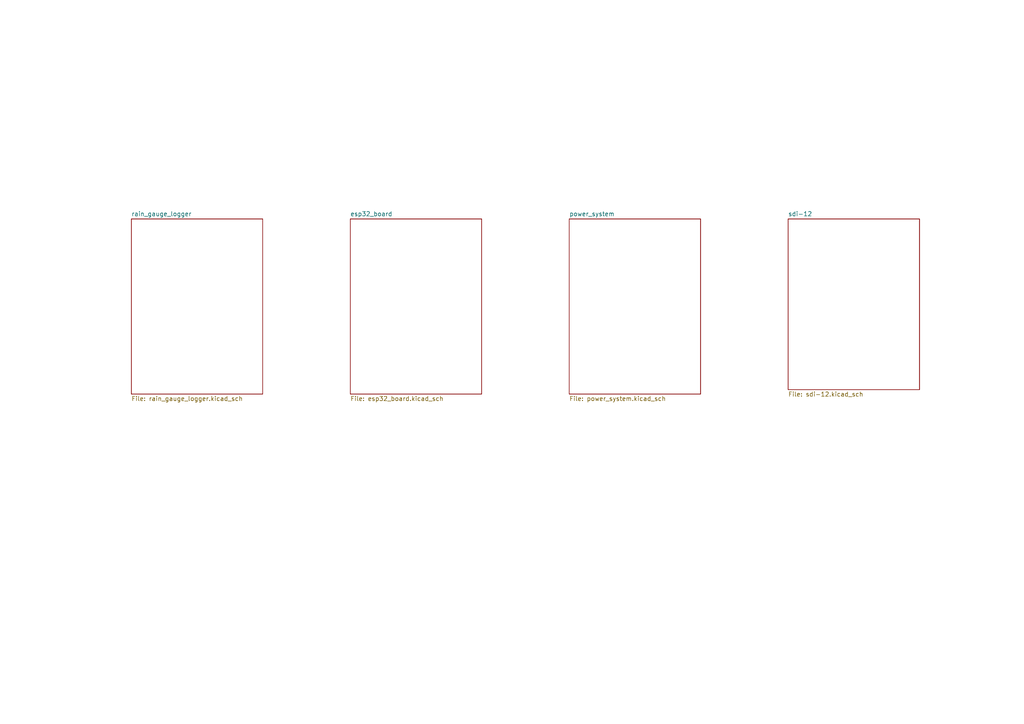
<source format=kicad_sch>
(kicad_sch (version 20211123) (generator eeschema)

  (uuid eaef1172-3351-417c-bfc4-74a598f141cb)

  (paper "A4")

  (lib_symbols
  )


  (sheet (at 101.6 63.5) (size 38.1 50.8) (fields_autoplaced)
    (stroke (width 0.1524) (type solid) (color 0 0 0 0))
    (fill (color 0 0 0 0.0000))
    (uuid 34d3baf1-c1a6-463d-a7da-03fde565ea93)
    (property "Sheet name" "esp32_board" (id 0) (at 101.6 62.7884 0)
      (effects (font (size 1.27 1.27)) (justify left bottom))
    )
    (property "Sheet file" "esp32_board.kicad_sch" (id 1) (at 101.6 114.8846 0)
      (effects (font (size 1.27 1.27)) (justify left top))
    )
  )

  (sheet (at 228.6 63.5) (size 38.1 49.53) (fields_autoplaced)
    (stroke (width 0.1524) (type solid) (color 0 0 0 0))
    (fill (color 0 0 0 0.0000))
    (uuid 6bec6e76-445c-46e1-9fec-0cf087ac813a)
    (property "Sheet name" "sdi-12" (id 0) (at 228.6 62.7884 0)
      (effects (font (size 1.27 1.27)) (justify left bottom))
    )
    (property "Sheet file" "sdi-12.kicad_sch" (id 1) (at 228.6 113.6146 0)
      (effects (font (size 1.27 1.27)) (justify left top))
    )
  )

  (sheet (at 165.1 63.5) (size 38.1 50.8) (fields_autoplaced)
    (stroke (width 0.1524) (type solid) (color 0 0 0 0))
    (fill (color 0 0 0 0.0000))
    (uuid 7bb94872-8dbb-49c9-ba04-f5628db9fbfd)
    (property "Sheet name" "power_system" (id 0) (at 165.1 62.7884 0)
      (effects (font (size 1.27 1.27)) (justify left bottom))
    )
    (property "Sheet file" "power_system.kicad_sch" (id 1) (at 165.1 114.8846 0)
      (effects (font (size 1.27 1.27)) (justify left top))
    )
  )

  (sheet (at 38.1 63.5) (size 38.1 50.8) (fields_autoplaced)
    (stroke (width 0.1524) (type solid) (color 0 0 0 0))
    (fill (color 0 0 0 0.0000))
    (uuid cd0e1ec8-5612-4244-a876-838286424de9)
    (property "Sheet name" "rain_gauge_logger" (id 0) (at 38.1 62.7884 0)
      (effects (font (size 1.27 1.27)) (justify left bottom))
    )
    (property "Sheet file" "rain_gauge_logger.kicad_sch" (id 1) (at 38.1 114.8846 0)
      (effects (font (size 1.27 1.27)) (justify left top))
    )
  )

  (sheet_instances
    (path "/" (page "1"))
    (path "/34d3baf1-c1a6-463d-a7da-03fde565ea93" (page "2"))
    (path "/7bb94872-8dbb-49c9-ba04-f5628db9fbfd" (page "3"))
    (path "/6bec6e76-445c-46e1-9fec-0cf087ac813a" (page "4"))
    (path "/7bb94872-8dbb-49c9-ba04-f5628db9fbfd/6e5cd04e-2327-4ecd-a08a-14bce936f99b" (page "5"))
    (path "/cd0e1ec8-5612-4244-a876-838286424de9" (page "6"))
  )

  (symbol_instances
    (path "/34d3baf1-c1a6-463d-a7da-03fde565ea93/871784c6-10d1-4698-80e4-c571e86d0b8f"
      (reference "#PWR0101") (unit 1) (value "+3V3") (footprint "")
    )
    (path "/34d3baf1-c1a6-463d-a7da-03fde565ea93/203f4ce3-c884-42de-9cdb-aced29342910"
      (reference "#PWR0102") (unit 1) (value "GND") (footprint "")
    )
    (path "/34d3baf1-c1a6-463d-a7da-03fde565ea93/cec2d87d-a9ac-4f12-8bc3-e8b27b27e0e6"
      (reference "#PWR0103") (unit 1) (value "GND") (footprint "")
    )
    (path "/34d3baf1-c1a6-463d-a7da-03fde565ea93/a0c2ed19-a636-40a2-8970-6e4539968ab6"
      (reference "#PWR0104") (unit 1) (value "+3V3") (footprint "")
    )
    (path "/34d3baf1-c1a6-463d-a7da-03fde565ea93/7349c1ab-64ef-42ce-90b2-1e8844d20382"
      (reference "#PWR0105") (unit 1) (value "GND") (footprint "")
    )
    (path "/34d3baf1-c1a6-463d-a7da-03fde565ea93/1992d216-1490-4c97-aa95-5bfb9ccd240a"
      (reference "#PWR0106") (unit 1) (value "+3V3") (footprint "")
    )
    (path "/34d3baf1-c1a6-463d-a7da-03fde565ea93/77ec979a-bbed-4878-a6e4-46946d314fef"
      (reference "#PWR0107") (unit 1) (value "GND") (footprint "")
    )
    (path "/34d3baf1-c1a6-463d-a7da-03fde565ea93/5e469914-4ac0-4213-b750-176640cfc2ad"
      (reference "#PWR0108") (unit 1) (value "GND") (footprint "")
    )
    (path "/34d3baf1-c1a6-463d-a7da-03fde565ea93/223873b7-2004-483f-af65-94e569d61fe2"
      (reference "#PWR0109") (unit 1) (value "GND") (footprint "")
    )
    (path "/34d3baf1-c1a6-463d-a7da-03fde565ea93/e1605231-4776-43cb-bbce-dd1eaa56060c"
      (reference "#PWR0110") (unit 1) (value "GND") (footprint "")
    )
    (path "/34d3baf1-c1a6-463d-a7da-03fde565ea93/bbd1c20a-f2a3-4e77-8533-55f3b9a5efa3"
      (reference "#PWR0111") (unit 1) (value "+3V3") (footprint "")
    )
    (path "/34d3baf1-c1a6-463d-a7da-03fde565ea93/12851b0c-4591-4c5c-a45d-d83274cb360a"
      (reference "#PWR0112") (unit 1) (value "+3V3") (footprint "")
    )
    (path "/34d3baf1-c1a6-463d-a7da-03fde565ea93/cd562bae-2426-44e6-8196-59eee5439809"
      (reference "#PWR0113") (unit 1) (value "+3V3") (footprint "")
    )
    (path "/34d3baf1-c1a6-463d-a7da-03fde565ea93/709f660e-e6d0-4bd1-827f-32aca80578cf"
      (reference "#PWR0114") (unit 1) (value "GND") (footprint "")
    )
    (path "/34d3baf1-c1a6-463d-a7da-03fde565ea93/e12c0ccb-fcea-4a8b-916b-ad9f925d6730"
      (reference "#PWR0115") (unit 1) (value "GND") (footprint "")
    )
    (path "/34d3baf1-c1a6-463d-a7da-03fde565ea93/fa2b348b-9278-4cb7-9f20-c7e0ca742d16"
      (reference "#PWR0116") (unit 1) (value "GND") (footprint "")
    )
    (path "/34d3baf1-c1a6-463d-a7da-03fde565ea93/d648eaaa-3a89-4bb2-9494-d54ed1d490a3"
      (reference "#PWR0117") (unit 1) (value "GND") (footprint "")
    )
    (path "/34d3baf1-c1a6-463d-a7da-03fde565ea93/3f65c4bd-282c-46b6-be29-3255d65994f3"
      (reference "#PWR0118") (unit 1) (value "+3V3") (footprint "")
    )
    (path "/34d3baf1-c1a6-463d-a7da-03fde565ea93/2cef1244-ff69-49b2-9f29-bb30a4e78f9b"
      (reference "#PWR0119") (unit 1) (value "GND") (footprint "")
    )
    (path "/34d3baf1-c1a6-463d-a7da-03fde565ea93/5c464d57-4d88-40fb-872d-85a1f36faa94"
      (reference "#PWR0120") (unit 1) (value "+5V") (footprint "")
    )
    (path "/34d3baf1-c1a6-463d-a7da-03fde565ea93/a547f32b-da49-47ea-b9ae-0902c7d12faa"
      (reference "#PWR0121") (unit 1) (value "+3V3") (footprint "")
    )
    (path "/34d3baf1-c1a6-463d-a7da-03fde565ea93/7ca2c321-73d3-4aed-bc04-05762eab546f"
      (reference "#PWR0122") (unit 1) (value "VBUS") (footprint "")
    )
    (path "/34d3baf1-c1a6-463d-a7da-03fde565ea93/046caca7-6452-48ac-8484-8bb8ae5c5195"
      (reference "#PWR0123") (unit 1) (value "GND") (footprint "")
    )
    (path "/34d3baf1-c1a6-463d-a7da-03fde565ea93/1253f61d-1c5e-4364-ab6b-bc8de9865944"
      (reference "#PWR0124") (unit 1) (value "+3V3") (footprint "")
    )
    (path "/34d3baf1-c1a6-463d-a7da-03fde565ea93/a6b2d2ea-5f44-4953-80c6-29c6290485aa"
      (reference "#PWR0125") (unit 1) (value "GND") (footprint "")
    )
    (path "/34d3baf1-c1a6-463d-a7da-03fde565ea93/0b1ccb02-cb5d-443c-8926-aa166e5cdf03"
      (reference "#PWR0126") (unit 1) (value "GND") (footprint "")
    )
    (path "/34d3baf1-c1a6-463d-a7da-03fde565ea93/98d9e41e-e58a-4a5d-93bd-e0f3498c6e85"
      (reference "#PWR0127") (unit 1) (value "GND") (footprint "")
    )
    (path "/34d3baf1-c1a6-463d-a7da-03fde565ea93/658ce690-6c9f-41d9-8898-795178553f10"
      (reference "#PWR0128") (unit 1) (value "GND") (footprint "")
    )
    (path "/7bb94872-8dbb-49c9-ba04-f5628db9fbfd/88ac9789-8ce6-4dfc-afc8-c57f0bf12e81"
      (reference "#PWR0129") (unit 1) (value "GNDA") (footprint "")
    )
    (path "/7bb94872-8dbb-49c9-ba04-f5628db9fbfd/65ca96f5-0030-4115-9542-307a17c83362"
      (reference "#PWR0130") (unit 1) (value "GNDA") (footprint "")
    )
    (path "/7bb94872-8dbb-49c9-ba04-f5628db9fbfd/c566607a-ed73-4dd1-bced-a0f9e98d27e4"
      (reference "#PWR0131") (unit 1) (value "+12V") (footprint "")
    )
    (path "/7bb94872-8dbb-49c9-ba04-f5628db9fbfd/74da4c7c-8b67-468f-9da3-8490a12cdeb8"
      (reference "#PWR0132") (unit 1) (value "GNDA") (footprint "")
    )
    (path "/7bb94872-8dbb-49c9-ba04-f5628db9fbfd/86e70297-1921-4ad8-afa6-10ea3d91a5e2"
      (reference "#PWR0133") (unit 1) (value "+3V3") (footprint "")
    )
    (path "/7bb94872-8dbb-49c9-ba04-f5628db9fbfd/0c91a4f1-0f97-4ceb-94f7-eff09ca0fe2a"
      (reference "#PWR0134") (unit 1) (value "VBUS") (footprint "")
    )
    (path "/7bb94872-8dbb-49c9-ba04-f5628db9fbfd/e9982a29-a010-4737-b74f-efa9d06d2fda"
      (reference "#PWR0135") (unit 1) (value "+5V") (footprint "")
    )
    (path "/7bb94872-8dbb-49c9-ba04-f5628db9fbfd/7b3fe852-ed60-4c9b-a0ba-aa3b330c7d71"
      (reference "#PWR0136") (unit 1) (value "+5V") (footprint "")
    )
    (path "/7bb94872-8dbb-49c9-ba04-f5628db9fbfd/796636af-f4a6-47b1-84ae-7067556701e2"
      (reference "#PWR0137") (unit 1) (value "GNDA") (footprint "")
    )
    (path "/7bb94872-8dbb-49c9-ba04-f5628db9fbfd/d4f4dd60-7f1f-403d-a8be-9d541794b9e6"
      (reference "#PWR0138") (unit 1) (value "GNDA") (footprint "")
    )
    (path "/7bb94872-8dbb-49c9-ba04-f5628db9fbfd/30900e38-5cf3-420b-8e4b-ec044515fa1e"
      (reference "#PWR0139") (unit 1) (value "GNDA") (footprint "")
    )
    (path "/7bb94872-8dbb-49c9-ba04-f5628db9fbfd/7e6bda94-f514-4d1a-bfa0-706ffa7f3689"
      (reference "#PWR0140") (unit 1) (value "+5V") (footprint "")
    )
    (path "/7bb94872-8dbb-49c9-ba04-f5628db9fbfd/3fb98362-21d4-47ce-bfcd-b0a858312ca0"
      (reference "#PWR0141") (unit 1) (value "+BATT") (footprint "")
    )
    (path "/7bb94872-8dbb-49c9-ba04-f5628db9fbfd/c0d51425-424e-4d26-a027-a24aa5b209a2"
      (reference "#PWR0142") (unit 1) (value "-BATT") (footprint "")
    )
    (path "/6bec6e76-445c-46e1-9fec-0cf087ac813a/f20287fa-33e2-4bb8-b4ad-364456efc18c"
      (reference "#PWR0143") (unit 1) (value "+12V") (footprint "")
    )
    (path "/6bec6e76-445c-46e1-9fec-0cf087ac813a/d374d466-98c3-4a98-96fe-9401115f7c81"
      (reference "#PWR0144") (unit 1) (value "GND") (footprint "")
    )
    (path "/6bec6e76-445c-46e1-9fec-0cf087ac813a/e176b778-13fd-4bcc-96e3-f2caf2d47663"
      (reference "#PWR0145") (unit 1) (value "GND") (footprint "")
    )
    (path "/6bec6e76-445c-46e1-9fec-0cf087ac813a/5ada99de-a35c-41a1-b0a9-1f6ae6b2d225"
      (reference "#PWR0146") (unit 1) (value "GND") (footprint "")
    )
    (path "/6bec6e76-445c-46e1-9fec-0cf087ac813a/c01442b0-9b94-4271-b59b-61bfed17b9bb"
      (reference "#PWR0147") (unit 1) (value "+3V3") (footprint "")
    )
    (path "/6bec6e76-445c-46e1-9fec-0cf087ac813a/e1e1e060-96e3-400a-9285-e31fd0df4360"
      (reference "#PWR0148") (unit 1) (value "+5V") (footprint "")
    )
    (path "/6bec6e76-445c-46e1-9fec-0cf087ac813a/caae6352-8ebc-4ea9-9252-f672aba2fffc"
      (reference "#PWR0149") (unit 1) (value "GND") (footprint "")
    )
    (path "/6bec6e76-445c-46e1-9fec-0cf087ac813a/ca16ebda-e425-4c62-b1b3-48b40ac5a5d2"
      (reference "#PWR0150") (unit 1) (value "GND") (footprint "")
    )
    (path "/6bec6e76-445c-46e1-9fec-0cf087ac813a/8f0ccd08-8d6d-413c-9eb6-0f29fb10329e"
      (reference "#PWR0151") (unit 1) (value "GND") (footprint "")
    )
    (path "/6bec6e76-445c-46e1-9fec-0cf087ac813a/5ded9e6a-1c0e-4220-9402-104090062c74"
      (reference "#PWR0152") (unit 1) (value "GND") (footprint "")
    )
    (path "/7bb94872-8dbb-49c9-ba04-f5628db9fbfd/6e5cd04e-2327-4ecd-a08a-14bce936f99b/fe98897e-19da-4293-b75e-59fc03fd1c77"
      (reference "#PWR0153") (unit 1) (value "GNDA") (footprint "")
    )
    (path "/7bb94872-8dbb-49c9-ba04-f5628db9fbfd/6e5cd04e-2327-4ecd-a08a-14bce936f99b/87e411ae-3114-4a62-90e0-49212cb778c5"
      (reference "#PWR0154") (unit 1) (value "GNDA") (footprint "")
    )
    (path "/7bb94872-8dbb-49c9-ba04-f5628db9fbfd/6e5cd04e-2327-4ecd-a08a-14bce936f99b/c11800a1-7754-4ac5-a9a8-c6989ec2e1ac"
      (reference "#PWR0155") (unit 1) (value "GNDA") (footprint "")
    )
    (path "/7bb94872-8dbb-49c9-ba04-f5628db9fbfd/6e5cd04e-2327-4ecd-a08a-14bce936f99b/74723815-ff24-4751-bdf7-c3366d66938c"
      (reference "#PWR0156") (unit 1) (value "GNDA") (footprint "")
    )
    (path "/7bb94872-8dbb-49c9-ba04-f5628db9fbfd/6e5cd04e-2327-4ecd-a08a-14bce936f99b/5e23b4fa-a8aa-48ee-a08a-839ee7f48d6d"
      (reference "#PWR0157") (unit 1) (value "GNDA") (footprint "")
    )
    (path "/7bb94872-8dbb-49c9-ba04-f5628db9fbfd/6e5cd04e-2327-4ecd-a08a-14bce936f99b/ce89592b-25ef-4249-9dbd-039fc52a7c45"
      (reference "#PWR0158") (unit 1) (value "GND") (footprint "")
    )
    (path "/7bb94872-8dbb-49c9-ba04-f5628db9fbfd/6e5cd04e-2327-4ecd-a08a-14bce936f99b/91fab6d6-ef29-432f-80f4-5191a25f896a"
      (reference "#PWR0159") (unit 1) (value "GNDA") (footprint "")
    )
    (path "/7bb94872-8dbb-49c9-ba04-f5628db9fbfd/6e5cd04e-2327-4ecd-a08a-14bce936f99b/599d37bf-e5d7-4e62-88ce-3397cea01f7d"
      (reference "#PWR0160") (unit 1) (value "GNDA") (footprint "")
    )
    (path "/7bb94872-8dbb-49c9-ba04-f5628db9fbfd/6e5cd04e-2327-4ecd-a08a-14bce936f99b/c85ef790-7bde-464c-8cf2-1f387f0eb910"
      (reference "#PWR0161") (unit 1) (value "GNDA") (footprint "")
    )
    (path "/7bb94872-8dbb-49c9-ba04-f5628db9fbfd/6e5cd04e-2327-4ecd-a08a-14bce936f99b/02255283-2707-4e92-96ff-96f5779d9534"
      (reference "#PWR0162") (unit 1) (value "GNDA") (footprint "")
    )
    (path "/7bb94872-8dbb-49c9-ba04-f5628db9fbfd/6e5cd04e-2327-4ecd-a08a-14bce936f99b/e5eefe7d-2a10-4c3b-9e1c-df66b6da8816"
      (reference "#PWR0163") (unit 1) (value "+2V5") (footprint "")
    )
    (path "/7bb94872-8dbb-49c9-ba04-f5628db9fbfd/6e5cd04e-2327-4ecd-a08a-14bce936f99b/c910eaf5-e472-4143-8cff-6587652a20b9"
      (reference "#PWR0164") (unit 1) (value "GNDA") (footprint "")
    )
    (path "/7bb94872-8dbb-49c9-ba04-f5628db9fbfd/6e5cd04e-2327-4ecd-a08a-14bce936f99b/3c44e781-1190-4e9e-8bbc-c825cbc80c09"
      (reference "#PWR0165") (unit 1) (value "GNDA") (footprint "")
    )
    (path "/7bb94872-8dbb-49c9-ba04-f5628db9fbfd/6e5cd04e-2327-4ecd-a08a-14bce936f99b/7a34034d-827a-48d2-9ea5-ae8128e3a135"
      (reference "#PWR0166") (unit 1) (value "GNDA") (footprint "")
    )
    (path "/7bb94872-8dbb-49c9-ba04-f5628db9fbfd/6e5cd04e-2327-4ecd-a08a-14bce936f99b/79fc1ef9-e921-4832-95d3-5ae7ff6b03fb"
      (reference "#PWR0167") (unit 1) (value "+3V3") (footprint "")
    )
    (path "/7bb94872-8dbb-49c9-ba04-f5628db9fbfd/6e5cd04e-2327-4ecd-a08a-14bce936f99b/f4d909b8-5edf-4dd6-9511-73e19112e600"
      (reference "#PWR0168") (unit 1) (value "GNDA") (footprint "")
    )
    (path "/cd0e1ec8-5612-4244-a876-838286424de9/d46bdf2a-1124-4fea-af8f-34f8f4677f71"
      (reference "#PWR0169") (unit 1) (value "GND") (footprint "")
    )
    (path "/cd0e1ec8-5612-4244-a876-838286424de9/895f5c34-a357-4c69-8a73-04562b5f1278"
      (reference "#PWR0170") (unit 1) (value "+3V3") (footprint "")
    )
    (path "/cd0e1ec8-5612-4244-a876-838286424de9/a2be9f1c-f49f-48c6-9b82-fe513848f8c2"
      (reference "#PWR0171") (unit 1) (value "GND") (footprint "")
    )
    (path "/cd0e1ec8-5612-4244-a876-838286424de9/56ff6c91-3a68-43f3-8d4b-d164437f7438"
      (reference "#PWR0172") (unit 1) (value "GND") (footprint "")
    )
    (path "/cd0e1ec8-5612-4244-a876-838286424de9/08b5285c-e6ac-4fd5-89f1-751e1b10041c"
      (reference "#PWR0173") (unit 1) (value "GND") (footprint "")
    )
    (path "/cd0e1ec8-5612-4244-a876-838286424de9/61538201-9a04-4cd3-9876-ec112a29b019"
      (reference "#PWR0174") (unit 1) (value "+3V3") (footprint "")
    )
    (path "/cd0e1ec8-5612-4244-a876-838286424de9/db9f8450-3c6f-407c-97ed-c7200a0e472a"
      (reference "#PWR0175") (unit 1) (value "+3V3") (footprint "")
    )
    (path "/cd0e1ec8-5612-4244-a876-838286424de9/e573b55c-abcb-4dda-b9ac-87eea3f5ecde"
      (reference "#PWR0176") (unit 1) (value "GND") (footprint "")
    )
    (path "/cd0e1ec8-5612-4244-a876-838286424de9/5e58ab7d-f11a-4310-a9ce-686704e9ada4"
      (reference "#PWR0177") (unit 1) (value "GND") (footprint "")
    )
    (path "/cd0e1ec8-5612-4244-a876-838286424de9/e94a7188-d44d-4949-bd53-43e5f609ec30"
      (reference "#PWR0178") (unit 1) (value "+3V3") (footprint "")
    )
    (path "/cd0e1ec8-5612-4244-a876-838286424de9/d11aa384-b8aa-4c2a-93ce-e9c9918917b1"
      (reference "#PWR0179") (unit 1) (value "GND") (footprint "")
    )
    (path "/cd0e1ec8-5612-4244-a876-838286424de9/44f8f1b3-9b52-414a-9289-32802940ad3d"
      (reference "#PWR0180") (unit 1) (value "GND") (footprint "")
    )
    (path "/cd0e1ec8-5612-4244-a876-838286424de9/c4537d36-9d48-4b2b-83f0-f887005b6644"
      (reference "#PWR0181") (unit 1) (value "GND") (footprint "")
    )
    (path "/cd0e1ec8-5612-4244-a876-838286424de9/e216521a-2e6a-4f0f-a485-31907b22042f"
      (reference "#PWR0182") (unit 1) (value "+3V3") (footprint "")
    )
    (path "/7bb94872-8dbb-49c9-ba04-f5628db9fbfd/53d67dcf-3a7c-4609-9632-bfa11b14a7ea"
      (reference "#PWR0183") (unit 1) (value "GND") (footprint "")
    )
    (path "/6bec6e76-445c-46e1-9fec-0cf087ac813a/345754b5-9d8d-44b1-93f2-9717c0cca62e"
      (reference "#PWR0184") (unit 1) (value "+5V") (footprint "")
    )
    (path "/6bec6e76-445c-46e1-9fec-0cf087ac813a/6667e453-9515-4a5f-9d00-f98a3afb4596"
      (reference "#PWR0185") (unit 1) (value "GND") (footprint "")
    )
    (path "/7bb94872-8dbb-49c9-ba04-f5628db9fbfd/6e5cd04e-2327-4ecd-a08a-14bce936f99b/d9517e42-846f-4a2c-afd7-7bb11cf0f75e"
      (reference "#PWR0186") (unit 1) (value "-BATT") (footprint "")
    )
    (path "/34d3baf1-c1a6-463d-a7da-03fde565ea93/ec254d45-b07c-4ead-8b60-d8e5f205e88c"
      (reference "C100") (unit 1) (value "100nF") (footprint "CAPC1608X80N")
    )
    (path "/34d3baf1-c1a6-463d-a7da-03fde565ea93/964ee9a7-a460-44e1-89e3-ed5e7adf38f1"
      (reference "C101") (unit 1) (value "10uF") (footprint "CAPC2012X90N")
    )
    (path "/34d3baf1-c1a6-463d-a7da-03fde565ea93/c417a097-3716-42e2-a277-85bd091132c6"
      (reference "C102") (unit 1) (value "100nF") (footprint "CAPC1608X80N")
    )
    (path "/34d3baf1-c1a6-463d-a7da-03fde565ea93/90514dae-c258-49f0-8ea2-e8465b60870e"
      (reference "C103") (unit 1) (value "10uF") (footprint "CAPC2012X90N")
    )
    (path "/34d3baf1-c1a6-463d-a7da-03fde565ea93/e89e487d-962c-468f-8748-4a78b03a2d87"
      (reference "C104") (unit 1) (value "10uF") (footprint "CAPC2012X90N")
    )
    (path "/34d3baf1-c1a6-463d-a7da-03fde565ea93/e28785e6-23a6-4d97-8af1-f33c992f70f8"
      (reference "C105") (unit 1) (value "10uF") (footprint "CAPC2012X90N")
    )
    (path "/34d3baf1-c1a6-463d-a7da-03fde565ea93/94f0775f-2871-46c7-bf3e-05b77cbf69f0"
      (reference "C106") (unit 1) (value "100nF") (footprint "CAPC1608X80N")
    )
    (path "/7bb94872-8dbb-49c9-ba04-f5628db9fbfd/6e5cd04e-2327-4ecd-a08a-14bce936f99b/ce5b66e8-b710-4452-b68c-9cd786041b99"
      (reference "C200") (unit 1) (value "3.3nF") (footprint "CAPC1608X80N")
    )
    (path "/7bb94872-8dbb-49c9-ba04-f5628db9fbfd/6e5cd04e-2327-4ecd-a08a-14bce936f99b/ca7b197f-7808-47de-a461-95f69fe0e8ed"
      (reference "C201") (unit 1) (value "100nF") (footprint "CAPC1608X80N")
    )
    (path "/7bb94872-8dbb-49c9-ba04-f5628db9fbfd/6e5cd04e-2327-4ecd-a08a-14bce936f99b/6c1474f6-d415-4c7b-8b59-fc1f9a710de3"
      (reference "C202") (unit 1) (value "1uF") (footprint "CAPC1608X80N")
    )
    (path "/7bb94872-8dbb-49c9-ba04-f5628db9fbfd/6e5cd04e-2327-4ecd-a08a-14bce936f99b/3897df55-4e8e-4d33-b5e2-ac09206305eb"
      (reference "C203") (unit 1) (value "100nF") (footprint "CAPC1608X80N")
    )
    (path "/7bb94872-8dbb-49c9-ba04-f5628db9fbfd/6e5cd04e-2327-4ecd-a08a-14bce936f99b/4c4881cd-1350-4a28-b356-f3643fc5503d"
      (reference "C204") (unit 1) (value "100nF") (footprint "CAPC1608X80N")
    )
    (path "/7bb94872-8dbb-49c9-ba04-f5628db9fbfd/6e5cd04e-2327-4ecd-a08a-14bce936f99b/88000859-78d2-4c43-bac7-0b3d749f1368"
      (reference "C205") (unit 1) (value "100nF") (footprint "CAPC1608X80N")
    )
    (path "/7bb94872-8dbb-49c9-ba04-f5628db9fbfd/9e58615c-92b8-45bb-84ed-001f427d2a1b"
      (reference "C300") (unit 1) (value "22uF") (footprint "CAPC2012X90N")
    )
    (path "/7bb94872-8dbb-49c9-ba04-f5628db9fbfd/4159fad7-8e91-442e-90f2-55526902c45a"
      (reference "C301") (unit 1) (value "22uF") (footprint "CAPC2012X90N")
    )
    (path "/7bb94872-8dbb-49c9-ba04-f5628db9fbfd/90c55946-f96a-4393-a762-855d95bd073d"
      (reference "C302") (unit 1) (value "10uF") (footprint "CAPC2012X90N")
    )
    (path "/7bb94872-8dbb-49c9-ba04-f5628db9fbfd/5f7d5f52-567b-4f40-aee2-ea5bf6b2be0c"
      (reference "C303") (unit 1) (value "10uF") (footprint "CAPC2012X90N")
    )
    (path "/7bb94872-8dbb-49c9-ba04-f5628db9fbfd/dece22cf-5001-44cd-9ca5-af884a2dd1f9"
      (reference "C304") (unit 1) (value "100nF") (footprint "CAPC1608X80N")
    )
    (path "/7bb94872-8dbb-49c9-ba04-f5628db9fbfd/b14f1187-754d-4bba-9879-aa5b36309094"
      (reference "C305") (unit 1) (value "100nF") (footprint "CAPC1608X80N")
    )
    (path "/7bb94872-8dbb-49c9-ba04-f5628db9fbfd/b490dd7d-6f2a-4467-a3bc-5bf7d1926b4a"
      (reference "C306") (unit 1) (value "22uF") (footprint "CAPC2012X90N")
    )
    (path "/7bb94872-8dbb-49c9-ba04-f5628db9fbfd/9ca1288e-caef-4d97-bef8-628c0220e746"
      (reference "C307") (unit 1) (value "100nF") (footprint "CAPC1608X80N")
    )
    (path "/7bb94872-8dbb-49c9-ba04-f5628db9fbfd/88afc865-1a22-430b-a29d-e6b7bf636602"
      (reference "C308") (unit 1) (value "100nF") (footprint "CAPC1608X80N")
    )
    (path "/7bb94872-8dbb-49c9-ba04-f5628db9fbfd/b1fc1a39-b0b6-44c8-9873-4db13e482216"
      (reference "C309") (unit 1) (value "22uF") (footprint "CAPC2012X90N")
    )
    (path "/7bb94872-8dbb-49c9-ba04-f5628db9fbfd/e0cb0367-9bd8-410a-add4-4bd011accd3c"
      (reference "C310") (unit 1) (value "22uF") (footprint "CAPC2012X90N")
    )
    (path "/7bb94872-8dbb-49c9-ba04-f5628db9fbfd/023a35f1-1853-40b9-be5b-91c845113536"
      (reference "C311") (unit 1) (value "100uF") (footprint "CAPC1608X80N")
    )
    (path "/cd0e1ec8-5612-4244-a876-838286424de9/66663631-d6f3-4a5e-a176-50982dd4a7e4"
      (reference "C400") (unit 1) (value "100nF") (footprint "CAPC1608X80N")
    )
    (path "/cd0e1ec8-5612-4244-a876-838286424de9/037791f7-0b6b-411f-96ec-0bf2cb35b675"
      (reference "C402") (unit 1) (value "100nF") (footprint "CAPC1608X80N")
    )
    (path "/cd0e1ec8-5612-4244-a876-838286424de9/ed14e9ec-5091-4be6-836e-89757f8b6e94"
      (reference "C403") (unit 1) (value "100nF") (footprint "CAPC1608X80N")
    )
    (path "/cd0e1ec8-5612-4244-a876-838286424de9/0ac868a2-61cb-4b55-b823-31ea796e4a68"
      (reference "C404") (unit 1) (value "100nF") (footprint "CAPC1608X80N")
    )
    (path "/6bec6e76-445c-46e1-9fec-0cf087ac813a/eaf2b036-ddb4-4acf-abc8-936e9ca0b038"
      (reference "C500") (unit 1) (value "22uF") (footprint "CAPC2012X90N")
    )
    (path "/6bec6e76-445c-46e1-9fec-0cf087ac813a/76614376-417b-4b8e-8c1a-7e4905032fe9"
      (reference "C501") (unit 1) (value "10uF") (footprint "CAPC2012X90N")
    )
    (path "/6bec6e76-445c-46e1-9fec-0cf087ac813a/66c60352-20c9-42c9-8e82-50af27290927"
      (reference "C502") (unit 1) (value "100nF") (footprint "CAPC1608X80N")
    )
    (path "/6bec6e76-445c-46e1-9fec-0cf087ac813a/35abcfd2-fb3f-41cb-b179-fb65724a1bdc"
      (reference "C503") (unit 1) (value "100uF") (footprint "CAPC1608X80N")
    )
    (path "/34d3baf1-c1a6-463d-a7da-03fde565ea93/92d50662-a39e-4fa1-bb6f-cc8b44dd326d"
      (reference "D100") (unit 1) (value "1N5819HW1-7-F") (footprint "SODFL3700X115N")
    )
    (path "/34d3baf1-c1a6-463d-a7da-03fde565ea93/91274633-6bf7-4cc5-ab5d-a7a0dd7245c8"
      (reference "D101") (unit 1) (value "RGBLED") (footprint "LED_APTF1616SEEZGQBDC_SM")
    )
    (path "/7bb94872-8dbb-49c9-ba04-f5628db9fbfd/6e5cd04e-2327-4ecd-a08a-14bce936f99b/6a3aac14-e57c-49cd-ac67-e411212cffbe"
      (reference "D200") (unit 1) (value "BZT52C5V6T-7") (footprint "SOD523")
    )
    (path "/7bb94872-8dbb-49c9-ba04-f5628db9fbfd/fcfb0e66-04da-4039-97d3-1a751d2a550d"
      (reference "D300") (unit 1) (value "1N5819HW1-7-F") (footprint "SODFL3700X115N")
    )
    (path "/7bb94872-8dbb-49c9-ba04-f5628db9fbfd/3d517e64-c57c-4b63-ac24-3a91be578050"
      (reference "D301") (unit 1) (value "RED_LED") (footprint "LED_19-217/B7C-ZL2N1B3X/3T_SM")
    )
    (path "/7bb94872-8dbb-49c9-ba04-f5628db9fbfd/c40555a2-76f6-47f6-8565-ddb5b88a8a7f"
      (reference "D302") (unit 1) (value "CRS08") (footprint "SODFL3500X98N")
    )
    (path "/7bb94872-8dbb-49c9-ba04-f5628db9fbfd/ca3a152b-2f99-44f9-9542-f5235f06dbc8"
      (reference "D303") (unit 1) (value "1N5819HW1-7-F") (footprint "SODFL3700X115N")
    )
    (path "/7bb94872-8dbb-49c9-ba04-f5628db9fbfd/6e5cd04e-2327-4ecd-a08a-14bce936f99b/fb56868c-b19c-4212-a841-9013b46ee67d"
      (reference "IC200") (unit 1) (value "BQ34Z110PWR") (footprint "SOP65P640X120-14N")
    )
    (path "/34d3baf1-c1a6-463d-a7da-03fde565ea93/c8d7a374-cd5e-44ac-b410-5396dbb56979"
      (reference "J100") (unit 1) (value "USB_B_Micro") (footprint "CON_1050170001")
    )
    (path "/34d3baf1-c1a6-463d-a7da-03fde565ea93/3c87c8e9-ddf9-4c5e-aafb-cc1d2f78abf4"
      (reference "J102") (unit 1) (value "SDCARD") (footprint "CON_MEM2075-00-140-01-A")
    )
    (path "/34d3baf1-c1a6-463d-a7da-03fde565ea93/004c30d9-3726-4058-8db0-bb836a778fc7"
      (reference "J103") (unit 1) (value "I2C") (footprint "CON_NPTC041KFXC-RC_SM")
    )
    (path "/34d3baf1-c1a6-463d-a7da-03fde565ea93/dc05fe33-69eb-4ea0-b860-d8aaa13c1628"
      (reference "J104") (unit 1) (value "WIFI_EN") (footprint "CON_NPTC041KFXC-RC_SM")
    )
    (path "/34d3baf1-c1a6-463d-a7da-03fde565ea93/d7a161cc-643f-433a-8c8b-2a8c5217185d"
      (reference "J105") (unit 1) (value "MODEM_A") (footprint "CON_0878980826_SM")
    )
    (path "/34d3baf1-c1a6-463d-a7da-03fde565ea93/3325dcee-e044-4ae9-a82c-6bcc1829217a"
      (reference "J106") (unit 1) (value "MODEM_B") (footprint "CON_0878980826_SM")
    )
    (path "/7bb94872-8dbb-49c9-ba04-f5628db9fbfd/438705df-e6a6-4634-a20f-e1148d4198ec"
      (reference "J300") (unit 1) (value "BATT") (footprint "Connector_SMD:WURTH_691709710302")
    )
    (path "/cd0e1ec8-5612-4244-a876-838286424de9/c2f88748-7e50-45f6-b4e9-430e89c3a365"
      (reference "J400") (unit 1) (value "Grain_gauge") (footprint "Connector_SMD:WURTH_691709710302")
    )
    (path "/6bec6e76-445c-46e1-9fec-0cf087ac813a/e0914859-795e-41b7-b948-5f59aaf6be16"
      (reference "J500") (unit 1) (value "SDI-12") (footprint "CON_691508110304_SM")
    )
    (path "/7bb94872-8dbb-49c9-ba04-f5628db9fbfd/aac1e47d-1483-40e3-9143-a581624bb5a7"
      (reference "L300") (unit 1) (value "4.7uH") (footprint "IND_SRN5040-4R7M_SM")
    )
    (path "/7bb94872-8dbb-49c9-ba04-f5628db9fbfd/e440a5bb-450e-4713-aa13-00f1b2554621"
      (reference "L301") (unit 1) (value "4.7uH") (footprint "IND_SRN5040-4R7M_SM")
    )
    (path "/34d3baf1-c1a6-463d-a7da-03fde565ea93/f525c2ca-e7ba-4514-91bc-134c7eeb6847"
      (reference "MH100") (unit 1) (value "M1") (footprint "HOLN_M3")
    )
    (path "/34d3baf1-c1a6-463d-a7da-03fde565ea93/b9a9d7d2-4f0b-4e9a-bedb-ef3db267ac8e"
      (reference "MH101") (unit 1) (value "M2") (footprint "HOLN_M3")
    )
    (path "/34d3baf1-c1a6-463d-a7da-03fde565ea93/7cdf4dbf-2f70-4049-90fa-45b4b9d8d02b"
      (reference "MH103") (unit 1) (value "M3") (footprint "HOLN_M3")
    )
    (path "/34d3baf1-c1a6-463d-a7da-03fde565ea93/d00eb34c-2567-48c9-a05e-31a38ffacbc9"
      (reference "Q100") (unit 1) (value "BC847") (footprint "SOT95P240X130_123-3N")
    )
    (path "/34d3baf1-c1a6-463d-a7da-03fde565ea93/68922338-a848-4dd0-84b7-a8a63bd059bd"
      (reference "Q101") (unit 1) (value "BC847") (footprint "SOT95P240X130_123-3N")
    )
    (path "/7bb94872-8dbb-49c9-ba04-f5628db9fbfd/6e5cd04e-2327-4ecd-a08a-14bce936f99b/fb80ec7a-b41c-47ce-88ad-426f8849926c"
      (reference "Q200") (unit 1) (value "2N7002") (footprint "SOT95P240X130_123-3N")
    )
    (path "/7bb94872-8dbb-49c9-ba04-f5628db9fbfd/6e5cd04e-2327-4ecd-a08a-14bce936f99b/357049db-c668-4a77-9a25-ce8b90dfd32b"
      (reference "Q201") (unit 1) (value "BSS84") (footprint "SOT95P240X130_123-3N")
    )
    (path "/7bb94872-8dbb-49c9-ba04-f5628db9fbfd/6e5cd04e-2327-4ecd-a08a-14bce936f99b/42cc1569-bc07-4b3c-aa19-1ff89972468d"
      (reference "Q202") (unit 1) (value "2N7002") (footprint "SOT95P240X130_123-3N")
    )
    (path "/7bb94872-8dbb-49c9-ba04-f5628db9fbfd/eda8f1ee-257e-49ff-93d3-939baf3eef96"
      (reference "Q300") (unit 1) (value "FDN360P") (footprint "SOT95P240X110_123_SUPER-3N")
    )
    (path "/7bb94872-8dbb-49c9-ba04-f5628db9fbfd/5689b47b-7b46-4ec7-9ead-ff2aa4f086d5"
      (reference "Q301") (unit 1) (value "FDN360P") (footprint "SOT95P240X110_123_SUPER-3N")
    )
    (path "/6bec6e76-445c-46e1-9fec-0cf087ac813a/af0cbc82-9747-4f5c-bf7b-a3e94024473a"
      (reference "Q500") (unit 1) (value "FDN360P") (footprint "SOT95P240X110_123_SUPER-3N")
    )
    (path "/6bec6e76-445c-46e1-9fec-0cf087ac813a/b41b4888-351b-41de-b4d7-00488d81f462"
      (reference "Q501") (unit 1) (value "FDN361BN") (footprint "SOT95P240X110_231_SUPER-3N")
    )
    (path "/6bec6e76-445c-46e1-9fec-0cf087ac813a/0b9a31b3-71f3-4157-9a7a-513a6a4871fe"
      (reference "Q502") (unit 1) (value "FDN361BN") (footprint "SOT95P240X110_231_SUPER-3N")
    )
    (path "/34d3baf1-c1a6-463d-a7da-03fde565ea93/daf9da28-0f62-4030-a96d-6aecd6fce210"
      (reference "R100") (unit 1) (value "10K") (footprint "RESC1608X50N")
    )
    (path "/34d3baf1-c1a6-463d-a7da-03fde565ea93/f4600315-2859-4100-b700-20728bd6ae90"
      (reference "R101") (unit 1) (value "470") (footprint "RESC1608X50N")
    )
    (path "/34d3baf1-c1a6-463d-a7da-03fde565ea93/44fb6ff5-66a5-430f-a711-1c86b2b9bf27"
      (reference "R102") (unit 1) (value "470") (footprint "RESC1608X50N")
    )
    (path "/34d3baf1-c1a6-463d-a7da-03fde565ea93/8e54e158-76fc-4c8e-a3c6-1da9e699dd0f"
      (reference "R103") (unit 1) (value "10K") (footprint "RESC1608X50N")
    )
    (path "/34d3baf1-c1a6-463d-a7da-03fde565ea93/c69efd68-b8d0-497d-ae25-5b69017e5c77"
      (reference "R104") (unit 1) (value "10K") (footprint "RESC1608X50N")
    )
    (path "/34d3baf1-c1a6-463d-a7da-03fde565ea93/70f43e74-9fe6-4ce3-8013-09cc1375891c"
      (reference "R105") (unit 1) (value "10K") (footprint "RESC1608X50N")
    )
    (path "/34d3baf1-c1a6-463d-a7da-03fde565ea93/66e429ab-5bfc-44d1-aa13-226f0a2b169d"
      (reference "R106") (unit 1) (value "100") (footprint "RESC1608X50N")
    )
    (path "/34d3baf1-c1a6-463d-a7da-03fde565ea93/8236a635-ccca-4db1-92ae-27ce5451df22"
      (reference "R107") (unit 1) (value "100") (footprint "RESC1608X50N")
    )
    (path "/7bb94872-8dbb-49c9-ba04-f5628db9fbfd/6e5cd04e-2327-4ecd-a08a-14bce936f99b/e6ff890c-25e5-40fd-9cc5-af46b1daf66b"
      (reference "R200") (unit 1) (value "100K") (footprint "RESC1608X50N")
    )
    (path "/7bb94872-8dbb-49c9-ba04-f5628db9fbfd/6e5cd04e-2327-4ecd-a08a-14bce936f99b/4f8b8c28-14e3-4385-9730-03ef00608dbe"
      (reference "R201") (unit 1) (value "165K") (footprint "RESC1608X50N")
    )
    (path "/7bb94872-8dbb-49c9-ba04-f5628db9fbfd/6e5cd04e-2327-4ecd-a08a-14bce936f99b/cc59dc89-7281-4329-8665-69cac2c9dc68"
      (reference "R202") (unit 1) (value "300K") (footprint "RESC1608X50N")
    )
    (path "/7bb94872-8dbb-49c9-ba04-f5628db9fbfd/6e5cd04e-2327-4ecd-a08a-14bce936f99b/0ee88c70-b4a6-4a69-8494-c8cddbda5aef"
      (reference "R203") (unit 1) (value "16K5") (footprint "RESC1608X50N")
    )
    (path "/7bb94872-8dbb-49c9-ba04-f5628db9fbfd/6e5cd04e-2327-4ecd-a08a-14bce936f99b/20a5fa03-1925-401c-ab1e-0afe600eece7"
      (reference "R204") (unit 1) (value "10K") (footprint "RESC1608X50N")
    )
    (path "/7bb94872-8dbb-49c9-ba04-f5628db9fbfd/6e5cd04e-2327-4ecd-a08a-14bce936f99b/20f86032-2ca7-4d85-9342-2ec7dd95b228"
      (reference "R205") (unit 1) (value "10K") (footprint "RESC1608X50N")
    )
    (path "/7bb94872-8dbb-49c9-ba04-f5628db9fbfd/6e5cd04e-2327-4ecd-a08a-14bce936f99b/af062573-b97b-4aa1-bea6-0733ff8c3373"
      (reference "R206") (unit 1) (value "100") (footprint "RESC1608X50N")
    )
    (path "/7bb94872-8dbb-49c9-ba04-f5628db9fbfd/6e5cd04e-2327-4ecd-a08a-14bce936f99b/b9288ffb-24d0-402b-b179-78cd1bd46e32"
      (reference "R207") (unit 1) (value "100") (footprint "RESC1608X50N")
    )
    (path "/7bb94872-8dbb-49c9-ba04-f5628db9fbfd/6e5cd04e-2327-4ecd-a08a-14bce936f99b/66cf9899-100d-45fb-9b9f-8f866de8a3fe"
      (reference "R208") (unit 1) (value "100") (footprint "RESC1608X50N")
    )
    (path "/7bb94872-8dbb-49c9-ba04-f5628db9fbfd/6e5cd04e-2327-4ecd-a08a-14bce936f99b/8715f141-d743-43b2-ada1-88f322ec6115"
      (reference "R209") (unit 1) (value "100") (footprint "RESC1608X50N")
    )
    (path "/7bb94872-8dbb-49c9-ba04-f5628db9fbfd/6e5cd04e-2327-4ecd-a08a-14bce936f99b/cf686d81-9f88-4310-8cca-09c4155d1a81"
      (reference "R210") (unit 1) (value "10K") (footprint "RESC1608X50N")
    )
    (path "/7bb94872-8dbb-49c9-ba04-f5628db9fbfd/6e5cd04e-2327-4ecd-a08a-14bce936f99b/d17a8152-3efa-4cbc-b6d7-fac93119bd8f"
      (reference "R212") (unit 1) (value "100") (footprint "RESC1608X50N")
    )
    (path "/7bb94872-8dbb-49c9-ba04-f5628db9fbfd/6e5cd04e-2327-4ecd-a08a-14bce936f99b/f66e7f65-5501-4321-8ccd-03563508f0c3"
      (reference "R213") (unit 1) (value "0.1") (footprint "RESC2012X50N")
    )
    (path "/7bb94872-8dbb-49c9-ba04-f5628db9fbfd/6e5cd04e-2327-4ecd-a08a-14bce936f99b/e3961296-b4c5-459d-a7b6-a37ca9fc9b04"
      (reference "R214") (unit 1) (value "100") (footprint "RESC1608X50N")
    )
    (path "/7bb94872-8dbb-49c9-ba04-f5628db9fbfd/9450572d-d05d-4226-b258-c4c0bcdbecca"
      (reference "R300") (unit 1) (value "56K") (footprint "RESC1608X50N")
    )
    (path "/7bb94872-8dbb-49c9-ba04-f5628db9fbfd/4df27aa5-9436-4ee7-b203-34335a137d59"
      (reference "R301") (unit 1) (value "10K") (footprint "RESC1608X50N")
    )
    (path "/7bb94872-8dbb-49c9-ba04-f5628db9fbfd/504320bd-cfa7-4952-b386-fafd8ac8a19a"
      (reference "R302") (unit 1) (value "3K3") (footprint "RESC2012X50N")
    )
    (path "/7bb94872-8dbb-49c9-ba04-f5628db9fbfd/fe94c500-4723-4940-b5d8-70f2101badee"
      (reference "R303") (unit 1) (value "100K") (footprint "RESC1608X50N")
    )
    (path "/7bb94872-8dbb-49c9-ba04-f5628db9fbfd/313c8e97-968d-4155-bdc2-52451d165bb8"
      (reference "R304") (unit 1) (value "5K3") (footprint "RESC1608X50N")
    )
    (path "/7bb94872-8dbb-49c9-ba04-f5628db9fbfd/c31541b0-05b3-4f9a-a5ca-240448e17a33"
      (reference "R305") (unit 1) (value "10K") (footprint "RESC1608X50N")
    )
    (path "/7bb94872-8dbb-49c9-ba04-f5628db9fbfd/f4f8a9fe-a440-43ec-b602-e6d151d14e34"
      (reference "R306") (unit 1) (value "10K") (footprint "RESC1608X50N")
    )
    (path "/cd0e1ec8-5612-4244-a876-838286424de9/4fedfa55-8883-4e5a-ab8e-e5c204c6cae8"
      (reference "R400") (unit 1) (value "10K") (footprint "RESC1608X50N")
    )
    (path "/cd0e1ec8-5612-4244-a876-838286424de9/f12a0ac1-e6fc-4994-8a0b-c245f3787e08"
      (reference "R401") (unit 1) (value "10K") (footprint "RESC1608X50N")
    )
    (path "/cd0e1ec8-5612-4244-a876-838286424de9/9d8b82e2-c3ee-480f-970b-e89efd8b1362"
      (reference "R402") (unit 1) (value "10K") (footprint "RESC1608X50N")
    )
    (path "/cd0e1ec8-5612-4244-a876-838286424de9/0e6b115a-ca76-4b21-8148-0f16273d307a"
      (reference "R403") (unit 1) (value "10K") (footprint "RESC1608X50N")
    )
    (path "/cd0e1ec8-5612-4244-a876-838286424de9/4088e813-1bbe-405d-acc2-03fd4ff3a7ac"
      (reference "R404") (unit 1) (value "10K") (footprint "RESC1608X50N")
    )
    (path "/cd0e1ec8-5612-4244-a876-838286424de9/4efa236a-0cac-4446-9fe1-6087fcb3e483"
      (reference "R405") (unit 1) (value "4K7") (footprint "RESC1608X50N")
    )
    (path "/6bec6e76-445c-46e1-9fec-0cf087ac813a/16049ddd-1751-41e6-a6aa-9af488e1ca52"
      (reference "R500") (unit 1) (value "1M") (footprint "RESC1608X50N")
    )
    (path "/6bec6e76-445c-46e1-9fec-0cf087ac813a/90b1fe41-539e-4f6c-aaef-1f7b0db1b967"
      (reference "R501") (unit 1) (value "1M") (footprint "RESC1608X50N")
    )
    (path "/6bec6e76-445c-46e1-9fec-0cf087ac813a/768d68b3-3286-480c-a1f5-01bd55a6686c"
      (reference "R502") (unit 1) (value "1M") (footprint "RESC1608X50N")
    )
    (path "/6bec6e76-445c-46e1-9fec-0cf087ac813a/fa092757-d02c-4d9e-8e32-e98fa7fcfddd"
      (reference "R503") (unit 1) (value "0") (footprint "RESC1608X50N")
    )
    (path "/7bb94872-8dbb-49c9-ba04-f5628db9fbfd/6e5cd04e-2327-4ecd-a08a-14bce936f99b/5f8f5622-0fae-4eeb-bf3b-6112a55f318d"
      (reference "SP200") (unit 1) (value "SP200") (footprint "STAR_TH_2P")
    )
    (path "/34d3baf1-c1a6-463d-a7da-03fde565ea93/855dd221-719d-4f13-a491-5af78b4e21ef"
      (reference "SW100") (unit 1) (value "Push_Button") (footprint "SW_B3S-1000P_SM")
    )
    (path "/34d3baf1-c1a6-463d-a7da-03fde565ea93/ee9d6224-5e30-47d6-b0c2-9df6218d6d54"
      (reference "TP100") (unit 1) (value "RevPol") (footprint "TP150")
    )
    (path "/34d3baf1-c1a6-463d-a7da-03fde565ea93/180c5448-3d3e-49f1-b655-4a64a70b336b"
      (reference "TP101") (unit 1) (value "RevPol") (footprint "TP150")
    )
    (path "/34d3baf1-c1a6-463d-a7da-03fde565ea93/fb19e5c5-3acf-4ea1-afa6-c5d46f40644d"
      (reference "TP102") (unit 1) (value "RevPol") (footprint "TP150")
    )
    (path "/34d3baf1-c1a6-463d-a7da-03fde565ea93/f53a99df-250f-4a1e-afbf-bad4642182eb"
      (reference "TP103") (unit 1) (value "RevPol") (footprint "TP150")
    )
    (path "/34d3baf1-c1a6-463d-a7da-03fde565ea93/bb8accc2-7fc6-4ae1-8ce2-396db33598fe"
      (reference "TP104") (unit 1) (value "RevPol") (footprint "TP150")
    )
    (path "/34d3baf1-c1a6-463d-a7da-03fde565ea93/854aceaf-679d-4f8f-a909-6b77b5655a3d"
      (reference "TP105") (unit 1) (value "RevPol") (footprint "TP150")
    )
    (path "/34d3baf1-c1a6-463d-a7da-03fde565ea93/52d46255-2988-456e-9707-eea6d5e482c0"
      (reference "TP106") (unit 1) (value "RevPol") (footprint "TP150")
    )
    (path "/7bb94872-8dbb-49c9-ba04-f5628db9fbfd/285d3b92-7942-4a70-9c84-2570cf0038f4"
      (reference "TP300") (unit 1) (value "5V") (footprint "TP150")
    )
    (path "/7bb94872-8dbb-49c9-ba04-f5628db9fbfd/f4aab422-c542-43e3-8476-eae6a2df1847"
      (reference "TP301") (unit 1) (value "RevPol") (footprint "TP150")
    )
    (path "/7bb94872-8dbb-49c9-ba04-f5628db9fbfd/2ad119a6-4155-40ca-979d-c79df1ad63e7"
      (reference "TP302") (unit 1) (value "3V3") (footprint "TP150")
    )
    (path "/7bb94872-8dbb-49c9-ba04-f5628db9fbfd/19df0889-8c5e-415e-abe2-efd1adc29b07"
      (reference "TP304") (unit 1) (value "RevPol") (footprint "TP150")
    )
    (path "/6bec6e76-445c-46e1-9fec-0cf087ac813a/56e0af6c-17ac-45be-a6b1-f823ff68c717"
      (reference "TP501") (unit 1) (value "SDI_Tx") (footprint "TP150")
    )
    (path "/6bec6e76-445c-46e1-9fec-0cf087ac813a/49e686e7-716c-461a-9885-6bd22a4c839e"
      (reference "TP502") (unit 1) (value "SDI_Rx") (footprint "TP150")
    )
    (path "/34d3baf1-c1a6-463d-a7da-03fde565ea93/42d37021-b389-4783-805d-b83ed1a0f3ee"
      (reference "U100") (unit 1) (value "CP2104") (footprint "QFN50P400X400X90-25N")
    )
    (path "/34d3baf1-c1a6-463d-a7da-03fde565ea93/e4583a93-4738-49c4-82f9-aad1ffbe9bd8"
      (reference "U101") (unit 1) (value "ESP32-WROVER-B") (footprint "IC_ESP32-WROVER")
    )
    (path "/7bb94872-8dbb-49c9-ba04-f5628db9fbfd/2eb24db3-025b-4a3a-a10a-af83ec90f414"
      (reference "U300") (unit 1) (value "TPS562201DDCR") (footprint "SOT95P305X110-6N")
    )
    (path "/7bb94872-8dbb-49c9-ba04-f5628db9fbfd/a5168ae5-1e06-4a63-969a-634368913585"
      (reference "U301") (unit 1) (value "LM2831XMF") (footprint "SOT95P279X142-12345-5N")
    )
    (path "/cd0e1ec8-5612-4244-a876-838286424de9/7e17be0a-407e-471a-8d4b-2b97813e2626"
      (reference "U400") (unit 1) (value "PCF8574ADWR") (footprint "SOIC127P1030X265-16N")
    )
    (path "/cd0e1ec8-5612-4244-a876-838286424de9/bba63fe1-8f85-4a48-a229-be6ce294e7fd"
      (reference "U401") (unit 1) (value "74HC590D,118") (footprint "SOIC127P600X175-16N")
    )
    (path "/cd0e1ec8-5612-4244-a876-838286424de9/b028ec50-8ba0-4827-a96f-ac7b6057021d"
      (reference "U402") (unit 1) (value "LM393-N") (footprint "SOIC127P600X175-8N")
    )
    (path "/cd0e1ec8-5612-4244-a876-838286424de9/144ea723-06fc-4055-b8ef-501771ff7334"
      (reference "U402") (unit 2) (value "LM393-N") (footprint "SOIC127P600X175-8N")
    )
    (path "/cd0e1ec8-5612-4244-a876-838286424de9/df935dd3-d3e2-4e97-a86f-c0342446e37c"
      (reference "U402") (unit 3) (value "LM393-N") (footprint "SOIC127P600X175-8N")
    )
    (path "/6bec6e76-445c-46e1-9fec-0cf087ac813a/965a77de-fc33-40b3-85c0-82c435665780"
      (reference "U500") (unit 1) (value "SN74LS00DR") (footprint "")
    )
    (path "/6bec6e76-445c-46e1-9fec-0cf087ac813a/9652c832-adc6-4f62-b4b6-bc4de5bdf3e6"
      (reference "U500") (unit 2) (value "SN74LS00DR") (footprint "")
    )
    (path "/6bec6e76-445c-46e1-9fec-0cf087ac813a/40682631-58ac-4750-8f5a-60d3f7d9829d"
      (reference "U500") (unit 3) (value "SN74LS00DR") (footprint "")
    )
    (path "/6bec6e76-445c-46e1-9fec-0cf087ac813a/5c6686c2-f5c4-47ea-bfb7-6de9a4452c2b"
      (reference "U500") (unit 4) (value "SN74LS00DR") (footprint "")
    )
    (path "/6bec6e76-445c-46e1-9fec-0cf087ac813a/32c28a5b-6c00-4b9b-a0d6-4b431e6e2613"
      (reference "U500") (unit 5) (value "SN74LS00DR") (footprint "SOIC127P600X175-14N")
    )
    (path "/6bec6e76-445c-46e1-9fec-0cf087ac813a/09776e58-f137-4452-b7d9-78f884e2f992"
      (reference "U501") (unit 1) (value "SN74LVC2G241DCUR") (footprint "SOP50P320X90-8N")
    )
    (path "/6bec6e76-445c-46e1-9fec-0cf087ac813a/50de83ab-10d8-4f85-86a0-a06133fd1531"
      (reference "U501") (unit 2) (value "SN74LVC2G241DCUR") (footprint "SOP50P320X90-8N")
    )
    (path "/6bec6e76-445c-46e1-9fec-0cf087ac813a/7b591666-9ad7-49bf-a2e5-bfca0931771c"
      (reference "U501") (unit 3) (value "SN74LVC2G241DCUR") (footprint "SOP50P320X90-8N")
    )
  )
)

</source>
